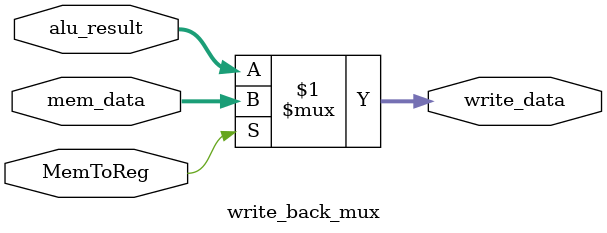
<source format=v>
module write_back_mux(
    input [31:0] alu_result,
    input [31:0] mem_data,
    input MemToReg,
    output [31:0] write_data
);

assign write_data = (MemToReg) ? mem_data : alu_result;

endmodule

</source>
